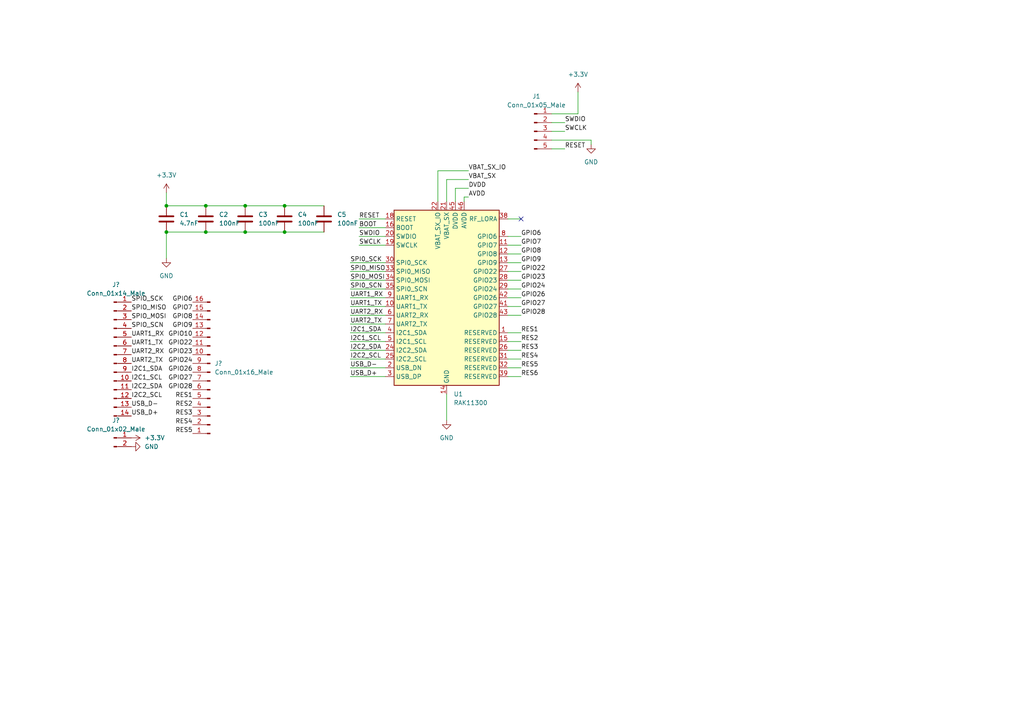
<source format=kicad_sch>
(kicad_sch (version 20211123) (generator eeschema)
  (paper "A4")
  (lib_symbols
    (symbol "Connector:Conn_01x02_Male" (pin_names (offset 1.016) hide)
      (property "Reference" "J" (at 0 2.54 0))
      (property "Value" "Conn_01x02_Male" (at 0 -5.08 0))
      (symbol "Conn_01x02_Male_1_1"
        (polyline (pts (xy 1.27 -2.54) (xy 0.8636 -2.54)) (stroke (width 0.1524)))
        (polyline (pts (xy 1.27 0) (xy 0.8636 0)) (stroke (width 0.1524)))
        (rectangle (start 0.8636 -2.413) (end 0 -2.667) (stroke (width 0.1524)) (fill (type outline)))
        (rectangle (start 0.8636 0.127) (end 0 -0.127) (stroke (width 0.1524)) (fill (type outline)))
        (pin passive line (at 5.08 0 180) (length 3.81) (name "Pin_1") (number "1"))
        (pin passive line (at 5.08 -2.54 180) (length 3.81) (name "Pin_2") (number "2"))
      )
    )
    (symbol "Connector:Conn_01x05_Male" (pin_names (offset 1.016) hide)
      (property "Reference" "J" (at 0 7.62 0))
      (property "Value" "Conn_01x05_Male" (at 0 -7.62 0))
      (symbol "Conn_01x05_Male_1_1"
        (polyline (pts (xy 1.27 -5.08) (xy 0.8636 -5.08)) (stroke (width 0.1524)))
        (polyline (pts (xy 1.27 -2.54) (xy 0.8636 -2.54)) (stroke (width 0.1524)))
        (polyline (pts (xy 1.27 0) (xy 0.8636 0)) (stroke (width 0.1524)))
        (polyline (pts (xy 1.27 2.54) (xy 0.8636 2.54)) (stroke (width 0.1524)))
        (polyline (pts (xy 1.27 5.08) (xy 0.8636 5.08)) (stroke (width 0.1524)))
        (rectangle (start 0.8636 -4.953) (end 0 -5.207) (stroke (width 0.1524)) (fill (type outline)))
        (rectangle (start 0.8636 -2.413) (end 0 -2.667) (stroke (width 0.1524)) (fill (type outline)))
        (rectangle (start 0.8636 0.127) (end 0 -0.127) (stroke (width 0.1524)) (fill (type outline)))
        (rectangle (start 0.8636 2.667) (end 0 2.413) (stroke (width 0.1524)) (fill (type outline)))
        (rectangle (start 0.8636 5.207) (end 0 4.953) (stroke (width 0.1524)) (fill (type outline)))
        (pin passive line (at 5.08 5.08 180) (length 3.81) (name "Pin_1") (number "1"))
        (pin passive line (at 5.08 2.54 180) (length 3.81) (name "Pin_2") (number "2"))
        (pin passive line (at 5.08 0 180) (length 3.81) (name "Pin_3") (number "3"))
        (pin passive line (at 5.08 -2.54 180) (length 3.81) (name "Pin_4") (number "4"))
        (pin passive line (at 5.08 -5.08 180) (length 3.81) (name "Pin_5") (number "5"))
      )
    )
    (symbol "Connector:Conn_01x14_Male" (pin_names (offset 1.016) hide)
      (property "Reference" "J" (at 0 17.78 0))
      (property "Value" "Conn_01x14_Male" (at 0 -20.32 0))
      (symbol "Conn_01x14_Male_1_1"
        (polyline (pts (xy 1.27 -17.78) (xy 0.8636 -17.78)) (stroke (width 0.1524)))
        (polyline (pts (xy 1.27 -15.24) (xy 0.8636 -15.24)) (stroke (width 0.1524)))
        (polyline (pts (xy 1.27 -12.7) (xy 0.8636 -12.7)) (stroke (width 0.1524)))
        (polyline (pts (xy 1.27 -10.16) (xy 0.8636 -10.16)) (stroke (width 0.1524)))
        (polyline (pts (xy 1.27 -7.62) (xy 0.8636 -7.62)) (stroke (width 0.1524)))
        (polyline (pts (xy 1.27 -5.08) (xy 0.8636 -5.08)) (stroke (width 0.1524)))
        (polyline (pts (xy 1.27 -2.54) (xy 0.8636 -2.54)) (stroke (width 0.1524)))
        (polyline (pts (xy 1.27 0) (xy 0.8636 0)) (stroke (width 0.1524)))
        (polyline (pts (xy 1.27 2.54) (xy 0.8636 2.54)) (stroke (width 0.1524)))
        (polyline (pts (xy 1.27 5.08) (xy 0.8636 5.08)) (stroke (width 0.1524)))
        (polyline (pts (xy 1.27 7.62) (xy 0.8636 7.62)) (stroke (width 0.1524)))
        (polyline (pts (xy 1.27 10.16) (xy 0.8636 10.16)) (stroke (width 0.1524)))
        (polyline (pts (xy 1.27 12.7) (xy 0.8636 12.7)) (stroke (width 0.1524)))
        (polyline (pts (xy 1.27 15.24) (xy 0.8636 15.24)) (stroke (width 0.1524)))
        (rectangle (start 0.8636 -17.653) (end 0 -17.907) (stroke (width 0.1524)) (fill (type outline)))
        (rectangle (start 0.8636 -15.113) (end 0 -15.367) (stroke (width 0.1524)) (fill (type outline)))
        (rectangle (start 0.8636 -12.573) (end 0 -12.827) (stroke (width 0.1524)) (fill (type outline)))
        (rectangle (start 0.8636 -10.033) (end 0 -10.287) (stroke (width 0.1524)) (fill (type outline)))
        (rectangle (start 0.8636 -7.493) (end 0 -7.747) (stroke (width 0.1524)) (fill (type outline)))
        (rectangle (start 0.8636 -4.953) (end 0 -5.207) (stroke (width 0.1524)) (fill (type outline)))
        (rectangle (start 0.8636 -2.413) (end 0 -2.667) (stroke (width 0.1524)) (fill (type outline)))
        (rectangle (start 0.8636 0.127) (end 0 -0.127) (stroke (width 0.1524)) (fill (type outline)))
        (rectangle (start 0.8636 2.667) (end 0 2.413) (stroke (width 0.1524)) (fill (type outline)))
        (rectangle (start 0.8636 5.207) (end 0 4.953) (stroke (width 0.1524)) (fill (type outline)))
        (rectangle (start 0.8636 7.747) (end 0 7.493) (stroke (width 0.1524)) (fill (type outline)))
        (rectangle (start 0.8636 10.287) (end 0 10.033) (stroke (width 0.1524)) (fill (type outline)))
        (rectangle (start 0.8636 12.827) (end 0 12.573) (stroke (width 0.1524)) (fill (type outline)))
        (rectangle (start 0.8636 15.367) (end 0 15.113) (stroke (width 0.1524)) (fill (type outline)))
        (pin passive line (at 5.08 15.24 180) (length 3.81) (name "Pin_1") (number "1"))
        (pin passive line (at 5.08 -7.62 180) (length 3.81) (name "Pin_10") (number "10"))
        (pin passive line (at 5.08 -10.16 180) (length 3.81) (name "Pin_11") (number "11"))
        (pin passive line (at 5.08 -12.7 180) (length 3.81) (name "Pin_12") (number "12"))
        (pin passive line (at 5.08 -15.24 180) (length 3.81) (name "Pin_13") (number "13"))
        (pin passive line (at 5.08 -17.78 180) (length 3.81) (name "Pin_14") (number "14"))
        (pin passive line (at 5.08 12.7 180) (length 3.81) (name "Pin_2") (number "2"))
        (pin passive line (at 5.08 10.16 180) (length 3.81) (name "Pin_3") (number "3"))
        (pin passive line (at 5.08 7.62 180) (length 3.81) (name "Pin_4") (number "4"))
        (pin passive line (at 5.08 5.08 180) (length 3.81) (name "Pin_5") (number "5"))
        (pin passive line (at 5.08 2.54 180) (length 3.81) (name "Pin_6") (number "6"))
        (pin passive line (at 5.08 0 180) (length 3.81) (name "Pin_7") (number "7"))
        (pin passive line (at 5.08 -2.54 180) (length 3.81) (name "Pin_8") (number "8"))
        (pin passive line (at 5.08 -5.08 180) (length 3.81) (name "Pin_9") (number "9"))
      )
    )
    (symbol "Connector:Conn_01x16_Male" (pin_names (offset 1.016) hide)
      (property "Reference" "J" (at 0 20.32 0))
      (property "Value" "Conn_01x16_Male" (at 0 -22.86 0))
      (symbol "Conn_01x16_Male_1_1"
        (polyline (pts (xy 1.27 -20.32) (xy 0.8636 -20.32)) (stroke (width 0.1524)))
        (polyline (pts (xy 1.27 -17.78) (xy 0.8636 -17.78)) (stroke (width 0.1524)))
        (polyline (pts (xy 1.27 -15.24) (xy 0.8636 -15.24)) (stroke (width 0.1524)))
        (polyline (pts (xy 1.27 -12.7) (xy 0.8636 -12.7)) (stroke (width 0.1524)))
        (polyline (pts (xy 1.27 -10.16) (xy 0.8636 -10.16)) (stroke (width 0.1524)))
        (polyline (pts (xy 1.27 -7.62) (xy 0.8636 -7.62)) (stroke (width 0.1524)))
        (polyline (pts (xy 1.27 -5.08) (xy 0.8636 -5.08)) (stroke (width 0.1524)))
        (polyline (pts (xy 1.27 -2.54) (xy 0.8636 -2.54)) (stroke (width 0.1524)))
        (polyline (pts (xy 1.27 0) (xy 0.8636 0)) (stroke (width 0.1524)))
        (polyline (pts (xy 1.27 2.54) (xy 0.8636 2.54)) (stroke (width 0.1524)))
        (polyline (pts (xy 1.27 5.08) (xy 0.8636 5.08)) (stroke (width 0.1524)))
        (polyline (pts (xy 1.27 7.62) (xy 0.8636 7.62)) (stroke (width 0.1524)))
        (polyline (pts (xy 1.27 10.16) (xy 0.8636 10.16)) (stroke (width 0.1524)))
        (polyline (pts (xy 1.27 12.7) (xy 0.8636 12.7)) (stroke (width 0.1524)))
        (polyline (pts (xy 1.27 15.24) (xy 0.8636 15.24)) (stroke (width 0.1524)))
        (polyline (pts (xy 1.27 17.78) (xy 0.8636 17.78)) (stroke (width 0.1524)))
        (rectangle (start 0.8636 -20.193) (end 0 -20.447) (stroke (width 0.1524)) (fill (type outline)))
        (rectangle (start 0.8636 -17.653) (end 0 -17.907) (stroke (width 0.1524)) (fill (type outline)))
        (rectangle (start 0.8636 -15.113) (end 0 -15.367) (stroke (width 0.1524)) (fill (type outline)))
        (rectangle (start 0.8636 -12.573) (end 0 -12.827) (stroke (width 0.1524)) (fill (type outline)))
        (rectangle (start 0.8636 -10.033) (end 0 -10.287) (stroke (width 0.1524)) (fill (type outline)))
        (rectangle (start 0.8636 -7.493) (end 0 -7.747) (stroke (width 0.1524)) (fill (type outline)))
        (rectangle (start 0.8636 -4.953) (end 0 -5.207) (stroke (width 0.1524)) (fill (type outline)))
        (rectangle (start 0.8636 -2.413) (end 0 -2.667) (stroke (width 0.1524)) (fill (type outline)))
        (rectangle (start 0.8636 0.127) (end 0 -0.127) (stroke (width 0.1524)) (fill (type outline)))
        (rectangle (start 0.8636 2.667) (end 0 2.413) (stroke (width 0.1524)) (fill (type outline)))
        (rectangle (start 0.8636 5.207) (end 0 4.953) (stroke (width 0.1524)) (fill (type outline)))
        (rectangle (start 0.8636 7.747) (end 0 7.493) (stroke (width 0.1524)) (fill (type outline)))
        (rectangle (start 0.8636 10.287) (end 0 10.033) (stroke (width 0.1524)) (fill (type outline)))
        (rectangle (start 0.8636 12.827) (end 0 12.573) (stroke (width 0.1524)) (fill (type outline)))
        (rectangle (start 0.8636 15.367) (end 0 15.113) (stroke (width 0.1524)) (fill (type outline)))
        (rectangle (start 0.8636 17.907) (end 0 17.653) (stroke (width 0.1524)) (fill (type outline)))
        (pin passive line (at 5.08 17.78 180) (length 3.81) (name "Pin_1") (number "1"))
        (pin passive line (at 5.08 -5.08 180) (length 3.81) (name "Pin_10") (number "10"))
        (pin passive line (at 5.08 -7.62 180) (length 3.81) (name "Pin_11") (number "11"))
        (pin passive line (at 5.08 -10.16 180) (length 3.81) (name "Pin_12") (number "12"))
        (pin passive line (at 5.08 -12.7 180) (length 3.81) (name "Pin_13") (number "13"))
        (pin passive line (at 5.08 -15.24 180) (length 3.81) (name "Pin_14") (number "14"))
        (pin passive line (at 5.08 -17.78 180) (length 3.81) (name "Pin_15") (number "15"))
        (pin passive line (at 5.08 -20.32 180) (length 3.81) (name "Pin_16") (number "16"))
        (pin passive line (at 5.08 15.24 180) (length 3.81) (name "Pin_2") (number "2"))
        (pin passive line (at 5.08 12.7 180) (length 3.81) (name "Pin_3") (number "3"))
        (pin passive line (at 5.08 10.16 180) (length 3.81) (name "Pin_4") (number "4"))
        (pin passive line (at 5.08 7.62 180) (length 3.81) (name "Pin_5") (number "5"))
        (pin passive line (at 5.08 5.08 180) (length 3.81) (name "Pin_6") (number "6"))
        (pin passive line (at 5.08 2.54 180) (length 3.81) (name "Pin_7") (number "7"))
        (pin passive line (at 5.08 0 180) (length 3.81) (name "Pin_8") (number "8"))
        (pin passive line (at 5.08 -2.54 180) (length 3.81) (name "Pin_9") (number "9"))
      )
    )
    (symbol "Device:C" (pin_numbers hide) (pin_names (offset 0.254))
      (property "Reference" "C" (at 0.635 2.54 0))
      (property "Value" "C" (at 0.635 -2.54 0))
      (symbol "C_0_1"
        (polyline (pts (xy -2.032 -0.762) (xy 2.032 -0.762)) (stroke (width 0.508)))
        (polyline (pts (xy -2.032 0.762) (xy 2.032 0.762)) (stroke (width 0.508)))
      )
      (symbol "C_1_1"
        (pin passive line (at 0 3.81 270) (length 2.794) (name "~") (number "1"))
        (pin passive line (at 0 -3.81 90) (length 2.794) (name "~") (number "2"))
      )
    )
    (symbol "RAKWIRELESS:RAK11300"
      (property "Reference" "U" (at 0 27.94 0))
      (property "Value" "RAK11300" (at 0 25.4 0))
      (symbol "RAK11300_0_1"
        (rectangle (start -15.24 25.4) (end 15.24 -25.4) (stroke (width 0.254)) (fill (type background)))
      )
      (symbol "RAK11300_1_1"
        (pin bidirectional line (at 17.78 -10.16 180) (length 2.54) (name "RESERVED") (number "1"))
        (pin bidirectional line (at -17.78 -2.54 0) (length 2.54) (name "UART1_TX") (number "10"))
        (pin bidirectional line (at 17.78 15.24 180) (length 2.54) (name "GPIO7") (number "11"))
        (pin bidirectional line (at 17.78 12.7 180) (length 2.54) (name "GPIO8") (number "12"))
        (pin bidirectional line (at 17.78 10.16 180) (length 2.54) (name "GPIO9") (number "13"))
        (pin power_in line (at 0 -27.94 90) (length 2.54) (name "GND") (number "14"))
        (pin bidirectional line (at 17.78 -12.7 180) (length 2.54) (name "RESERVED") (number "15"))
        (pin bidirectional line (at -17.78 20.32 0) (length 2.54) (name "BOOT") (number "16"))
        (pin passive line (at 0 -27.94 90) (length 2.54) hide (name "GND") (number "17"))
        (pin bidirectional line (at -17.78 22.86 0) (length 2.54) (name "RESET") (number "18"))
        (pin bidirectional line (at -17.78 15.24 0) (length 2.54) (name "SWCLK") (number "19"))
        (pin bidirectional line (at -17.78 -20.32 0) (length 2.54) (name "USB_DN") (number "2"))
        (pin bidirectional line (at -17.78 17.78 0) (length 2.54) (name "SWDIO") (number "20"))
        (pin power_in line (at 0 27.94 270) (length 2.54) (name "VBAT_SX") (number "21"))
        (pin power_in line (at -2.54 27.94 270) (length 2.54) (name "VBAT_SX_IO") (number "22"))
        (pin passive line (at 0 -27.94 90) (length 2.54) hide (name "GND") (number "23"))
        (pin bidirectional line (at -17.78 -15.24 0) (length 2.54) (name "I2C2_SDA") (number "24"))
        (pin bidirectional line (at -17.78 -17.78 0) (length 2.54) (name "I2C2_SCL") (number "25"))
        (pin bidirectional line (at 17.78 -15.24 180) (length 2.54) (name "RESERVED") (number "26"))
        (pin bidirectional line (at 17.78 7.62 180) (length 2.54) (name "GPIO22") (number "27"))
        (pin bidirectional line (at 17.78 5.08 180) (length 2.54) (name "GPIO23") (number "28"))
        (pin bidirectional line (at 17.78 2.54 180) (length 2.54) (name "GPIO24") (number "29"))
        (pin bidirectional line (at -17.78 -22.86 0) (length 2.54) (name "USB_DP") (number "3"))
        (pin bidirectional line (at -17.78 10.16 0) (length 2.54) (name "SPI0_SCK") (number "30"))
        (pin bidirectional line (at 17.78 -17.78 180) (length 2.54) (name "RESERVED") (number "31"))
        (pin bidirectional line (at 17.78 -20.32 180) (length 2.54) (name "RESERVED") (number "32"))
        (pin bidirectional line (at -17.78 7.62 0) (length 2.54) (name "SPI0_MISO") (number "33"))
        (pin bidirectional line (at -17.78 5.08 0) (length 2.54) (name "SPI0_MOSI") (number "34"))
        (pin bidirectional line (at -17.78 2.54 0) (length 2.54) (name "SPI0_SCN") (number "35"))
        (pin passive line (at 0 -27.94 90) (length 2.54) hide (name "GND") (number "36"))
        (pin passive line (at 0 -27.94 90) (length 2.54) hide (name "GND") (number "37"))
        (pin bidirectional line (at 17.78 22.86 180) (length 2.54) (name "RF_LORA") (number "38"))
        (pin bidirectional line (at 17.78 -22.86 180) (length 2.54) (name "RESERVED") (number "39"))
        (pin bidirectional line (at -17.78 -10.16 0) (length 2.54) (name "I2C1_SDA") (number "4"))
        (pin passive line (at 0 -27.94 90) (length 2.54) hide (name "GND") (number "40"))
        (pin bidirectional line (at 17.78 -2.54 180) (length 2.54) (name "GPIO27") (number "41"))
        (pin bidirectional line (at 17.78 0 180) (length 2.54) (name "GPIO26") (number "42"))
        (pin bidirectional line (at 17.78 -5.08 180) (length 2.54) (name "GPIO28") (number "43"))
        (pin passive line (at 0 -27.94 90) (length 2.54) hide (name "GND") (number "44"))
        (pin power_in line (at 2.54 27.94 270) (length 2.54) (name "DVDD") (number "45"))
        (pin power_in line (at 5.08 27.94 270) (length 2.54) (name "AVDD") (number "46"))
        (pin bidirectional line (at -17.78 -12.7 0) (length 2.54) (name "I2C1_SCL") (number "5"))
        (pin bidirectional line (at -17.78 -5.08 0) (length 2.54) (name "UART2_RX") (number "6"))
        (pin bidirectional line (at -17.78 -7.62 0) (length 2.54) (name "UART2_TX") (number "7"))
        (pin bidirectional line (at 17.78 17.78 180) (length 2.54) (name "GPIO6") (number "8"))
        (pin bidirectional line (at -17.78 0 0) (length 2.54) (name "UART1_RX") (number "9"))
      )
    )
    (symbol "power:+3.3V" (power) (pin_names (offset 0))
      (property "Value" "+3.3V" (at 0 3.556 0))
      (symbol "+3.3V_0_1"
        (polyline (pts (xy -0.762 1.27) (xy 0 2.54)))
        (polyline (pts (xy 0 0) (xy 0 2.54)))
        (polyline (pts (xy 0 2.54) (xy 0.762 1.27)))
      )
      (symbol "+3.3V_1_1"
        (pin power_in line (at 0 0 90) (length 0) hide (name "+3.3V") (number "1"))
      )
    )
    (symbol "power:GND" (power) (pin_names (offset 0))
      (property "Value" "GND" (at 0 -3.81 0))
      (symbol "GND_0_1"
        (polyline (pts (xy 0 0) (xy 0 -1.27) (xy 1.27 -1.27) (xy 0 -2.54) (xy -1.27 -1.27) (xy 0 -1.27)))
      )
      (symbol "GND_1_1"
        (pin power_in line (at 0 0 270) (length 0) hide (name "GND") (number "1"))
      )
    )
  )
  (junction (at 71.12 59.69))
  (junction (at 82.55 67.31))
  (junction (at 59.69 59.69))
  (junction (at 48.26 59.69))
  (junction (at 59.69 67.31))
  (junction (at 82.55 59.69))
  (junction (at 71.12 67.31))
  (junction (at 48.26 67.31))
  (no_connect (at 151.13 63.5))
  (wire (pts (xy 147.32 109.22) (xy 151.13 109.22)))
  (wire (pts (xy 167.64 26.67) (xy 167.64 33.02)))
  (wire (pts (xy 147.32 99.06) (xy 151.13 99.06)))
  (wire (pts (xy 147.32 104.14) (xy 151.13 104.14)))
  (wire (pts (xy 147.32 68.58) (xy 151.13 68.58)))
  (wire (pts (xy 104.14 71.12) (xy 111.76 71.12)))
  (wire (pts (xy 129.54 58.42) (xy 129.54 52.07)))
  (wire (pts (xy 147.32 63.5) (xy 151.13 63.5)))
  (wire (pts (xy 101.6 78.74) (xy 111.76 78.74)))
  (wire (pts (xy 59.69 67.31) (xy 71.12 67.31)))
  (wire (pts (xy 147.32 86.36) (xy 151.13 86.36)))
  (wire (pts (xy 48.26 59.69) (xy 59.69 59.69)))
  (wire (pts (xy 71.12 67.31) (xy 82.55 67.31)))
  (wire (pts (xy 132.08 54.61) (xy 135.89 54.61)))
  (wire (pts (xy 167.64 33.02) (xy 160.02 33.02)))
  (wire (pts (xy 82.55 67.31) (xy 93.98 67.31)))
  (wire (pts (xy 48.26 67.31) (xy 48.26 74.93)))
  (wire (pts (xy 101.6 86.36) (xy 111.76 86.36)))
  (wire (pts (xy 147.32 101.6) (xy 151.13 101.6)))
  (wire (pts (xy 101.6 76.2) (xy 111.76 76.2)))
  (wire (pts (xy 147.32 76.2) (xy 151.13 76.2)))
  (wire (pts (xy 101.6 88.9) (xy 111.76 88.9)))
  (wire (pts (xy 147.32 73.66) (xy 151.13 73.66)))
  (wire (pts (xy 147.32 106.68) (xy 151.13 106.68)))
  (wire (pts (xy 171.45 40.64) (xy 171.45 41.91)))
  (wire (pts (xy 147.32 91.44) (xy 151.13 91.44)))
  (wire (pts (xy 48.26 55.88) (xy 48.26 59.69)))
  (wire (pts (xy 101.6 109.22) (xy 111.76 109.22)))
  (wire (pts (xy 101.6 83.82) (xy 111.76 83.82)))
  (wire (pts (xy 101.6 93.98) (xy 111.76 93.98)))
  (wire (pts (xy 101.6 104.14) (xy 111.76 104.14)))
  (wire (pts (xy 129.54 52.07) (xy 135.89 52.07)))
  (wire (pts (xy 101.6 106.68) (xy 111.76 106.68)))
  (wire (pts (xy 160.02 43.18) (xy 163.83 43.18)))
  (wire (pts (xy 147.32 81.28) (xy 151.13 81.28)))
  (wire (pts (xy 147.32 83.82) (xy 151.13 83.82)))
  (wire (pts (xy 127 58.42) (xy 127 49.53)))
  (wire (pts (xy 134.62 58.42) (xy 134.62 57.15)))
  (wire (pts (xy 160.02 35.56) (xy 163.83 35.56)))
  (wire (pts (xy 101.6 101.6) (xy 111.76 101.6)))
  (wire (pts (xy 104.14 66.04) (xy 111.76 66.04)))
  (wire (pts (xy 101.6 91.44) (xy 111.76 91.44)))
  (wire (pts (xy 129.54 114.3) (xy 129.54 121.92)))
  (wire (pts (xy 147.32 78.74) (xy 151.13 78.74)))
  (wire (pts (xy 101.6 81.28) (xy 111.76 81.28)))
  (wire (pts (xy 104.14 63.5) (xy 111.76 63.5)))
  (wire (pts (xy 104.14 68.58) (xy 111.76 68.58)))
  (wire (pts (xy 127 49.53) (xy 135.89 49.53)))
  (wire (pts (xy 147.32 71.12) (xy 151.13 71.12)))
  (wire (pts (xy 147.32 96.52) (xy 151.13 96.52)))
  (wire (pts (xy 71.12 59.69) (xy 82.55 59.69)))
  (wire (pts (xy 82.55 59.69) (xy 93.98 59.69)))
  (wire (pts (xy 160.02 40.64) (xy 171.45 40.64)))
  (wire (pts (xy 101.6 96.52) (xy 111.76 96.52)))
  (wire (pts (xy 101.6 99.06) (xy 111.76 99.06)))
  (wire (pts (xy 134.62 57.15) (xy 135.89 57.15)))
  (wire (pts (xy 59.69 59.69) (xy 71.12 59.69)))
  (wire (pts (xy 147.32 88.9) (xy 151.13 88.9)))
  (wire (pts (xy 160.02 38.1) (xy 163.83 38.1)))
  (wire (pts (xy 132.08 58.42) (xy 132.08 54.61)))
  (wire (pts (xy 48.26 67.31) (xy 59.69 67.31)))
  (label "SPIO_MOSI" (at 38.1 92.71 0))
  (label "GPIO22" (at 151.13 78.74 0))
  (label "RES2" (at 151.13 99.06 0))
  (label "RES6" (at 151.13 109.22 0))
  (label "AVDD" (at 135.89 57.15 0))
  (label "USB_D+" (at 38.1 120.65 0))
  (label "SWDIO" (at 163.83 35.56 0))
  (label "USB_D-" (at 38.1 118.11 0))
  (label "I2C2_SCL" (at 101.6 104.14 0))
  (label "RES4" (at 151.13 104.14 0))
  (label "I2C2_SDA" (at 101.6 101.6 0))
  (label "I2C1_SCL" (at 38.1 110.49 0))
  (label "GPIO27" (at 55.88 110.49 180))
  (label "RES5" (at 151.13 106.68 0))
  (label "RES5" (at 55.88 125.73 180))
  (label "RESET" (at 163.83 43.18 0))
  (label "GPIO28" (at 55.88 113.03 180))
  (label "UART1_TX" (at 38.1 100.33 0))
  (label "UART2_TX" (at 38.1 105.41 0))
  (label "RES2" (at 55.88 118.11 180))
  (label "SWCLK" (at 163.83 38.1 0))
  (label "I2C1_SDA" (at 101.6 96.52 0))
  (label "I2C2_SCL" (at 38.1 115.57 0))
  (label "VBAT_SX" (at 135.89 52.07 0))
  (label "SPIO_SCK" (at 38.1 87.63 0))
  (label "SPI0_MOSI" (at 101.6 81.28 0))
  (label "UART2_TX" (at 101.6 93.98 0))
  (label "RES3" (at 55.88 120.65 180))
  (label "GPIO6" (at 55.88 87.63 180))
  (label "SWCLK" (at 104.14 71.12 0))
  (label "GPIO26" (at 151.13 86.36 0))
  (label "UART1_TX" (at 101.6 88.9 0))
  (label "RES1" (at 55.88 115.57 180))
  (label "DVDD" (at 135.89 54.61 0))
  (label "GPIO9" (at 151.13 76.2 0))
  (label "GPIO7" (at 151.13 71.12 0))
  (label "GPIO8" (at 55.88 92.71 180))
  (label "GPIO7" (at 55.88 90.17 180))
  (label "I2C2_SDA" (at 38.1 113.03 0))
  (label "UART2_RX" (at 101.6 91.44 0))
  (label "USB_D+" (at 101.6 109.22 0))
  (label "GPIO10" (at 55.88 97.79 180))
  (label "GPIO27" (at 151.13 88.9 0))
  (label "SPIO_MISO" (at 38.1 90.17 0))
  (label "RES3" (at 151.13 101.6 0))
  (label "GPIO9" (at 55.88 95.25 180))
  (label "GPIO23" (at 55.88 102.87 180))
  (label "SPIO_MISO" (at 101.6 78.74 0))
  (label "SPI0_SCN" (at 101.6 83.82 0))
  (label "RESET" (at 104.14 63.5 0))
  (label "GPIO26" (at 55.88 107.95 180))
  (label "VBAT_SX_IO" (at 135.89 49.53 0))
  (label "BOOT" (at 104.14 66.04 0))
  (label "I2C1_SDA" (at 38.1 107.95 0))
  (label "UART2_RX" (at 38.1 102.87 0))
  (label "GPIO6" (at 151.13 68.58 0))
  (label "GPIO24" (at 55.88 105.41 180))
  (label "GPIO23" (at 151.13 81.28 0))
  (label "SWDIO" (at 104.14 68.58 0))
  (label "GPIO22" (at 55.88 100.33 180))
  (label "SPIO_SCN" (at 38.1 95.25 0))
  (label "RES4" (at 55.88 123.19 180))
  (label "GPIO24" (at 151.13 83.82 0))
  (label "SPI0_SCK" (at 101.6 76.2 0))
  (label "USB_D-" (at 101.6 106.68 0))
  (label "RES1" (at 151.13 96.52 0))
  (label "I2C1_SCL" (at 101.6 99.06 0))
  (label "UART1_RX" (at 101.6 86.36 0))
  (label "GPIO28" (at 151.13 91.44 0))
  (label "GPIO8" (at 151.13 73.66 0))
  (label "UART1_RX" (at 38.1 97.79 0))
  (symbol (lib_id "RAKWIRELESS:RAK11300") (at 129.54 86.36 0) (unit 1)
    (property "Reference" "U1" (at 131.5594 114.3 0) (effects (justify left)))
    (property "Value" "RAK11300" (at 131.5594 116.84 0) (effects (justify left)))
    (property "Footprint" "RAKWIRELESS:RAK11300" (effects hide))
    (property "Datasheet" "https://site-file.fomillesite.com/1260815565112336386/1427562149389201410.pdf" (effects hide))
  )
  (symbol (lib_id "Device:C") (at 71.12 63.5 0) (unit 1)
    (property "Reference" "C3" (at 74.93 62.2299 0) (effects (justify left)))
    (property "Value" "100nF" (at 74.93 64.7699 0) (effects (justify left)))
  )
  (symbol (lib_id "power:GND") (at 48.26 74.93 0) (unit 1)
    (property "Reference" "#PWR0103" (effects hide))
    (property "Value" "GND" (at 48.26 80.01 0))
  )
  (symbol (lib_id "power:+3.3V") (at 48.26 55.88 0) (unit 1)
    (property "Reference" "#PWR0102" (effects hide))
    (property "Value" "+3.3V" (at 48.26 50.8 0))
  )
  (symbol (lib_id "Device:C") (at 59.69 63.5 0) (unit 1)
    (property "Reference" "C2" (at 63.5 62.2299 0) (effects (justify left)))
    (property "Value" "100nF" (at 63.5 64.7699 0) (effects (justify left)))
  )
  (symbol (lib_id "Device:C") (at 48.26 63.5 0) (unit 1)
    (property "Reference" "C1" (at 52.07 62.2299 0) (effects (justify left)))
    (property "Value" "4.7nF" (at 52.07 64.7699 0) (effects (justify left)))
  )
  (symbol (lib_id "Connector:Conn_01x02_Male") (at 33.02 127 0) (unit 1)
    (property "Reference" "J?" (at 33.655 121.92 0))
    (property "Value" "Conn_01x02_Male" (at 33.655 124.46 0))
  )
  (symbol (lib_id "power:GND") (at 171.45 41.91 0) (unit 1)
    (property "Reference" "#PWR02" (effects hide))
    (property "Value" "GND" (at 171.45 46.99 0))
  )
  (symbol (lib_id "power:+3.3V") (at 38.1 127 270) (unit 1)
    (property "Reference" "#PWR0104" (effects hide))
    (property "Value" "+3.3V" (at 41.91 126.9999 90) (effects (justify left)))
  )
  (symbol (lib_id "power:GND") (at 129.54 121.92 0) (unit 1)
    (property "Reference" "#PWR0101" (effects hide))
    (property "Value" "GND" (at 129.54 127 0))
  )
  (symbol (lib_id "Device:C") (at 93.98 63.5 0) (unit 1)
    (property "Reference" "C5" (at 97.79 62.2299 0) (effects (justify left)))
    (property "Value" "100nF" (at 97.79 64.7699 0) (effects (justify left)))
  )
  (symbol (lib_id "Device:C") (at 82.55 63.5 0) (unit 1)
    (property "Reference" "C4" (at 86.36 62.2299 0) (effects (justify left)))
    (property "Value" "100nF" (at 86.36 64.7699 0) (effects (justify left)))
  )
  (symbol (lib_id "power:+3.3V") (at 167.64 26.67 0) (unit 1)
    (property "Reference" "#PWR01" (effects hide))
    (property "Value" "+3.3V" (at 167.64 21.59 0))
  )
  (symbol (lib_id "Connector:Conn_01x14_Male") (at 33.02 102.87 0) (unit 1)
    (property "Reference" "J?" (at 33.655 82.55 0))
    (property "Value" "Conn_01x14_Male" (at 33.655 85.09 0))
  )
  (symbol (lib_id "Connector:Conn_01x05_Male") (at 154.94 38.1 0) (unit 1)
    (property "Reference" "J1" (at 155.575 27.94 0))
    (property "Value" "Conn_01x05_Male" (at 155.575 30.48 0))
  )
  (symbol (lib_id "power:GND") (at 38.1 129.54 90) (unit 1)
    (property "Reference" "#PWR0105" (effects hide))
    (property "Value" "GND" (at 41.91 129.5399 90) (effects (justify right)))
  )
  (symbol (lib_id "Connector:Conn_01x16_Male") (at 60.96 107.95 180) (unit 1)
    (property "Reference" "J?" (at 62.23 105.4099 0) (effects (justify right)))
    (property "Value" "Conn_01x16_Male" (at 62.23 107.9499 0) (effects (justify right)))
  )
)
</source>
